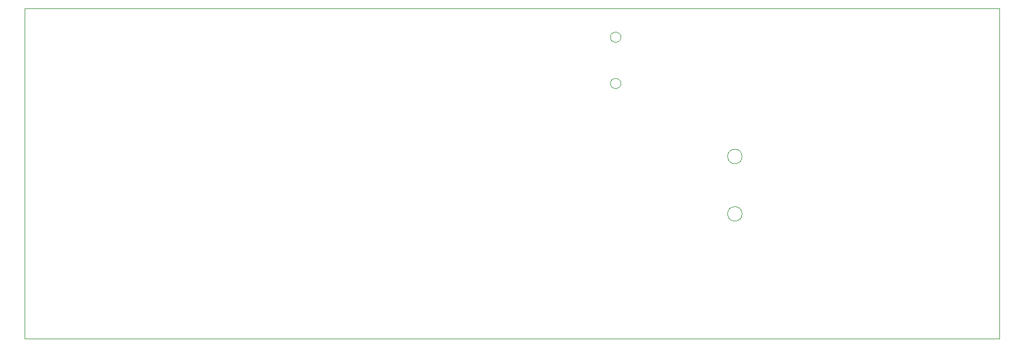
<source format=gbr>
G04 (created by PCBNEW (2013-07-07 BZR 4022)-stable) date 2015-03-02 11:41:07 PM*
%MOIN*%
G04 Gerber Fmt 3.4, Leading zero omitted, Abs format*
%FSLAX34Y34*%
G01*
G70*
G90*
G04 APERTURE LIST*
%ADD10C,0.00590551*%
%ADD11C,0.00393701*%
%ADD12C,4.72441e-006*%
G04 APERTURE END LIST*
G54D10*
G54D11*
X108267Y-62992D02*
X50196Y-62992D01*
X108267Y-43307D02*
X108267Y-62992D01*
X50196Y-43307D02*
X108267Y-43307D01*
X50196Y-62992D02*
X50196Y-43307D01*
G54D12*
X92933Y-55562D02*
G75*
G03X92933Y-55562I-433J0D01*
G74*
G01*
X92933Y-52137D02*
G75*
G03X92933Y-52137I-433J0D01*
G74*
G01*
X85714Y-45025D02*
G75*
G03X85714Y-45025I-314J0D01*
G74*
G01*
X85714Y-47785D02*
G75*
G03X85714Y-47785I-314J0D01*
G74*
G01*
M02*

</source>
